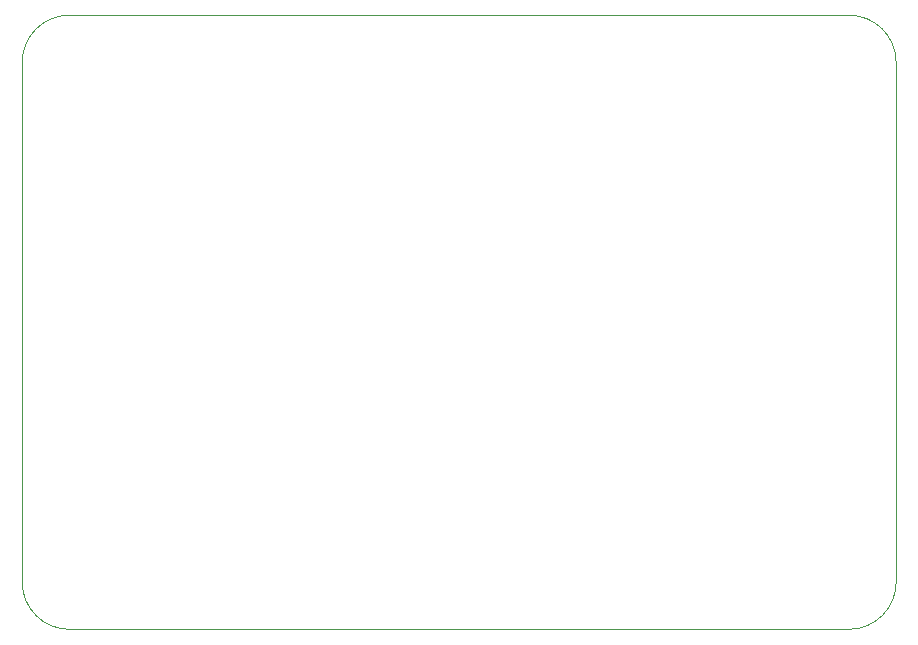
<source format=gbr>
%TF.GenerationSoftware,KiCad,Pcbnew,8.0.5*%
%TF.CreationDate,2025-02-12T03:45:18+07:00*%
%TF.ProjectId,SmartFarmMySensors_ArduinoNano,536d6172-7446-4617-926d-4d7953656e73,rev?*%
%TF.SameCoordinates,Original*%
%TF.FileFunction,Profile,NP*%
%FSLAX46Y46*%
G04 Gerber Fmt 4.6, Leading zero omitted, Abs format (unit mm)*
G04 Created by KiCad (PCBNEW 8.0.5) date 2025-02-12 03:45:18*
%MOMM*%
%LPD*%
G01*
G04 APERTURE LIST*
%TA.AperFunction,Profile*%
%ADD10C,0.050000*%
%TD*%
G04 APERTURE END LIST*
D10*
X108700000Y-51900000D02*
G75*
G02*
X112700000Y-47900000I4000000J0D01*
G01*
X182700000Y-51900000D02*
X182700000Y-95900000D01*
X112700000Y-99900000D02*
G75*
G02*
X108700000Y-95900000I0J4000000D01*
G01*
X108700000Y-95900000D02*
X108700000Y-51900000D01*
X178700000Y-99900000D02*
X112700000Y-99900000D01*
X178700000Y-47900000D02*
G75*
G02*
X182700000Y-51900000I0J-4000000D01*
G01*
X112700000Y-47900000D02*
X178700000Y-47900000D01*
X182700000Y-95900000D02*
G75*
G02*
X178700000Y-99900000I-4000000J0D01*
G01*
M02*

</source>
